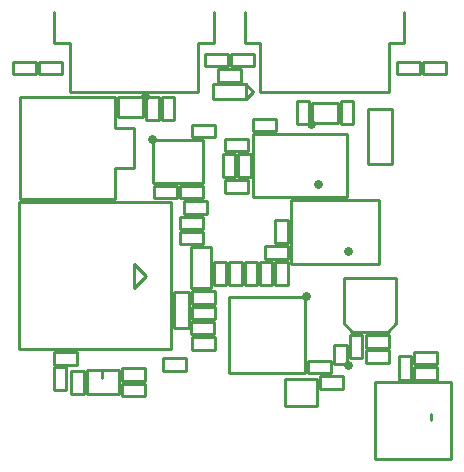
<source format=gto>
G04 ---------------------------- Layer name :TOP SILK LAYER*
G04 easyEDA 0.1*
G04 Scale: 100 percent, Rotated: No, Reflected: No *
G04 Dimensions in inches *
G04 leading zeros omitted , absolute positions ,2 integer and 4 * 
%FSLAX24Y24*%
%MOIN*%
G90*
G70D02*

%ADD10C,0.010000*%
%ADD11C,0.029527*%
%ADD12C,0.009842*%

%LPD*%
G54D10*
G01X11936Y19336D02*
G01X11936Y18569D01*
G01X11936Y18569D02*
G01X11523Y18569D01*
G01X11523Y18569D02*
G01X11523Y19336D01*
G01X11523Y19336D02*
G01X11936Y19336D01*
G01X12040Y19335D02*
G01X12807Y19335D01*
G01X12807Y19335D02*
G01X12807Y18922D01*
G01X12807Y18922D02*
G01X12040Y18922D01*
G01X12040Y18922D02*
G01X12040Y19335D01*
G01X5976Y23796D02*
G01X6743Y23796D01*
G01X6743Y23796D02*
G01X6743Y23383D01*
G01X6743Y23383D02*
G01X5976Y23383D01*
G01X5976Y23383D02*
G01X5976Y23796D01*
G01X7362Y24497D02*
G01X8129Y24497D01*
G01X8129Y24497D02*
G01X8129Y24084D01*
G01X8129Y24084D02*
G01X7362Y24084D01*
G01X7362Y24084D02*
G01X7362Y24497D01*
G01X12040Y18824D02*
G01X12807Y18824D01*
G01X12807Y18824D02*
G01X12807Y18411D01*
G01X12807Y18411D02*
G01X12040Y18411D01*
G01X12040Y18411D02*
G01X12040Y18824D01*
G01X13653Y18776D02*
G01X14420Y18776D01*
G01X14420Y18776D02*
G01X14420Y18363D01*
G01X14420Y18363D02*
G01X13653Y18363D01*
G01X13653Y18363D02*
G01X13653Y18776D01*
G01X13653Y18265D02*
G01X14420Y18265D01*
G01X14420Y18265D02*
G01X14420Y17852D01*
G01X14420Y17852D02*
G01X13653Y17852D01*
G01X13653Y17852D02*
G01X13653Y18265D01*
G01X13141Y17856D02*
G01X13141Y18623D01*
G01X13141Y18623D02*
G01X13554Y18623D01*
G01X13554Y18623D02*
G01X13554Y17856D01*
G01X13554Y17856D02*
G01X13141Y17856D01*
G01X7472Y18060D02*
G01X7472Y20599D01*
G01X7472Y20599D02*
G01X10011Y20599D01*
G01X10011Y20599D02*
G01X10011Y18060D01*
G01X7472Y18060D02*
G01X10011Y18060D01*
G54D11*
G01X10051Y20639D02*
G01X10051Y20639D01*
G54D10*
G01X10974Y18991D02*
G01X10974Y18380D01*
G01X10974Y18991D02*
G01X11423Y18991D01*
G01X11423Y18991D02*
G01X11423Y18380D01*
G01X11423Y18380D02*
G01X10974Y18380D01*
G54D11*
G01X11462Y18341D02*
G01X11462Y18341D01*
G54D10*
G01X4634Y26609D02*
G01X3787Y26609D01*
G01X3787Y26609D02*
G01X3787Y27278D01*
G01X3787Y27278D02*
G01X4634Y27278D01*
G01X4634Y27278D02*
G01X4634Y26609D01*
G54D11*
G01X4673Y27317D02*
G01X4673Y27317D01*
G54D10*
G01X6617Y22360D02*
G01X5850Y22360D01*
G01X5850Y22360D02*
G01X5850Y22773D01*
G01X5850Y22773D02*
G01X6617Y22773D01*
G01X6617Y22773D02*
G01X6617Y22360D01*
G01X11205Y26360D02*
G01X11205Y27127D01*
G01X11205Y27127D02*
G01X11618Y27127D01*
G01X11618Y27127D02*
G01X11618Y26360D01*
G01X11618Y26360D02*
G01X11205Y26360D01*
G01X9748Y26361D02*
G01X9748Y27128D01*
G01X9748Y27128D02*
G01X10161Y27128D01*
G01X10161Y27128D02*
G01X10161Y26361D01*
G01X10161Y26361D02*
G01X9748Y26361D01*
G01X6960Y27694D02*
G01X8039Y27694D01*
G01X8039Y27694D02*
G01X8039Y27201D01*
G01X8039Y27201D02*
G01X6960Y27201D01*
G01X6960Y27201D02*
G01X6960Y27694D01*
G54D12*
G01X8039Y27694D02*
G01X8283Y27446D01*
G01X8283Y27446D02*
G01X8039Y27201D01*
G54D10*
G01X1657Y18769D02*
G01X2424Y18769D01*
G01X2424Y18769D02*
G01X2424Y18356D01*
G01X2424Y18356D02*
G01X1657Y18356D01*
G01X1657Y18356D02*
G01X1657Y18769D01*
G01X13861Y28033D02*
G01X13094Y28033D01*
G01X13094Y28033D02*
G01X13094Y28446D01*
G01X13094Y28446D02*
G01X13861Y28446D01*
G01X13861Y28446D02*
G01X13861Y28033D01*
G01X1138Y28442D02*
G01X1905Y28442D01*
G01X1905Y28442D02*
G01X1905Y28029D01*
G01X1905Y28029D02*
G01X1138Y28029D01*
G01X1138Y28029D02*
G01X1138Y28442D01*
G01X6684Y28713D02*
G01X7451Y28713D01*
G01X7451Y28713D02*
G01X7451Y28300D01*
G01X7451Y28300D02*
G01X6684Y28300D01*
G01X6684Y28300D02*
G01X6684Y28713D01*
G01X8314Y28303D02*
G01X7547Y28303D01*
G01X7547Y28303D02*
G01X7547Y28716D01*
G01X7547Y28716D02*
G01X8314Y28716D01*
G01X8314Y28716D02*
G01X8314Y28303D01*
G01X3929Y18225D02*
G01X4696Y18225D01*
G01X4696Y18225D02*
G01X4696Y17812D01*
G01X4696Y17812D02*
G01X3929Y17812D01*
G01X3929Y17812D02*
G01X3929Y18225D01*
G01X9032Y22399D02*
G01X9032Y23166D01*
G01X9032Y23166D02*
G01X9445Y23166D01*
G01X9445Y23166D02*
G01X9445Y22399D01*
G01X9445Y22399D02*
G01X9032Y22399D01*
G01X12472Y21691D02*
G01X12472Y23836D01*
G01X12472Y23836D02*
G01X9539Y23836D01*
G01X9539Y23836D02*
G01X9539Y21691D01*
G01X9539Y21691D02*
G01X12472Y21691D01*
G54D11*
G01X11460Y22132D02*
G01X11460Y22132D01*
G54D10*
G01X8681Y22296D02*
G01X9448Y22296D01*
G01X9448Y22296D02*
G01X9448Y21883D01*
G01X9448Y21883D02*
G01X8681Y21883D01*
G01X8681Y21883D02*
G01X8681Y22296D01*
G01X14232Y16702D02*
G01X14232Y16501D01*
G01X14901Y17757D02*
G01X12342Y17757D01*
G01X12342Y17757D02*
G01X12342Y15198D01*
G01X14901Y15198D02*
G01X12342Y15198D01*
G01X14901Y15198D02*
G01X14901Y17757D01*
G01X11271Y17552D02*
G01X10504Y17552D01*
G01X10504Y17552D02*
G01X10504Y17965D01*
G01X10504Y17965D02*
G01X11271Y17965D01*
G01X11271Y17965D02*
G01X11271Y17552D01*
G54D12*
G01X6892Y22258D02*
G01X6892Y20899D01*
G01X6892Y20899D02*
G01X6223Y20899D01*
G01X6223Y20899D02*
G01X6223Y22258D01*
G01X6223Y22258D02*
G01X6892Y22258D01*
G54D10*
G01X6240Y19265D02*
G01X7007Y19265D01*
G01X7007Y19265D02*
G01X7007Y18852D01*
G01X7007Y18852D02*
G01X6240Y18852D01*
G01X6240Y18852D02*
G01X6240Y19265D01*
G01X8424Y21785D02*
G01X8424Y21018D01*
G01X8424Y21018D02*
G01X8011Y21018D01*
G01X8011Y21018D02*
G01X8011Y21785D01*
G01X8011Y21785D02*
G01X8424Y21785D01*
G01X9448Y21784D02*
G01X9448Y21017D01*
G01X9448Y21017D02*
G01X9035Y21017D01*
G01X9035Y21017D02*
G01X9035Y21784D01*
G01X9035Y21784D02*
G01X9448Y21784D01*
G01X7401Y21785D02*
G01X7401Y21018D01*
G01X7401Y21018D02*
G01X6988Y21018D01*
G01X6988Y21018D02*
G01X6988Y21785D01*
G01X6988Y21785D02*
G01X7401Y21785D01*
G01X7913Y21785D02*
G01X7913Y21018D01*
G01X7913Y21018D02*
G01X7500Y21018D01*
G01X7500Y21018D02*
G01X7500Y21785D01*
G01X7500Y21785D02*
G01X7913Y21785D01*
G01X8936Y21784D02*
G01X8936Y21017D01*
G01X8936Y21017D02*
G01X8523Y21017D01*
G01X8523Y21017D02*
G01X8523Y21784D01*
G01X8523Y21784D02*
G01X8936Y21784D01*
G01X10877Y18064D02*
G01X10110Y18064D01*
G01X10110Y18064D02*
G01X10110Y18477D01*
G01X10110Y18477D02*
G01X10877Y18477D01*
G01X10877Y18477D02*
G01X10877Y18064D01*
G01X6240Y20288D02*
G01X7007Y20288D01*
G01X7007Y20288D02*
G01X7007Y19875D01*
G01X7007Y19875D02*
G01X6240Y19875D01*
G01X6240Y19875D02*
G01X6240Y20288D01*
G01X6240Y20800D02*
G01X7007Y20800D01*
G01X7007Y20800D02*
G01X7007Y20387D01*
G01X7007Y20387D02*
G01X6240Y20387D01*
G01X6240Y20387D02*
G01X6240Y20800D01*
G01X6038Y18147D02*
G01X5271Y18147D01*
G01X5271Y18147D02*
G01X5271Y18560D01*
G01X5271Y18560D02*
G01X6038Y18560D01*
G01X6038Y18560D02*
G01X6038Y18147D01*
G01X13059Y21241D02*
G01X13059Y19726D01*
G01X12783Y19450D02*
G01X11582Y19450D01*
G01X11307Y19726D02*
G01X11307Y21241D01*
G01X11307Y21241D02*
G01X13059Y21241D01*
G01X13059Y19726D02*
G01X12783Y19450D01*
G01X11307Y19726D02*
G01X11582Y19450D01*
G01X9362Y16986D02*
G01X9362Y17871D01*
G01X9362Y17871D02*
G01X10405Y17871D01*
G01X10405Y16986D02*
G01X9362Y16986D01*
G01X10405Y16986D02*
G01X10405Y17871D01*
G01X7004Y25923D02*
G01X6237Y25923D01*
G01X6237Y25923D02*
G01X6237Y26336D01*
G01X6237Y26336D02*
G01X7004Y26336D01*
G01X7004Y26336D02*
G01X7004Y25923D01*
G01X5854Y24308D02*
G01X6621Y24308D01*
G01X6621Y24308D02*
G01X6621Y23895D01*
G01X6621Y23895D02*
G01X5854Y23895D01*
G01X5854Y23895D02*
G01X5854Y24308D01*
G01X8124Y25466D02*
G01X7357Y25466D01*
G01X7357Y25466D02*
G01X7357Y25879D01*
G01X7357Y25879D02*
G01X8124Y25879D01*
G01X8124Y25879D02*
G01X8124Y25466D01*
G01X7282Y24599D02*
G01X7282Y25366D01*
G01X7282Y25366D02*
G01X7695Y25366D01*
G01X7695Y25366D02*
G01X7695Y24599D01*
G01X7695Y24599D02*
G01X7282Y24599D01*
G01X7003Y19367D02*
G01X6236Y19367D01*
G01X6236Y19367D02*
G01X6236Y19780D01*
G01X6236Y19780D02*
G01X7003Y19780D01*
G01X7003Y19780D02*
G01X7003Y19367D01*
G01X4948Y24407D02*
G01X4948Y25824D01*
G01X4948Y25824D02*
G01X6621Y25824D01*
G01X6621Y25824D02*
G01X6621Y24407D01*
G01X6621Y24407D02*
G01X4948Y24407D01*
G54D11*
G01X4909Y25863D02*
G01X4909Y25863D01*
G54D10*
G01X5752Y23899D02*
G01X4985Y23899D01*
G01X4985Y23899D02*
G01X4985Y24312D01*
G01X4985Y24312D02*
G01X5752Y24312D01*
G01X5752Y24312D02*
G01X5752Y23899D01*
G01X7118Y28202D02*
G01X7885Y28202D01*
G01X7885Y28202D02*
G01X7885Y27789D01*
G01X7885Y27789D02*
G01X7118Y27789D01*
G01X7118Y27789D02*
G01X7118Y28202D01*
G01X2645Y18146D02*
G01X2645Y17379D01*
G01X2645Y17379D02*
G01X2232Y17379D01*
G01X2232Y17379D02*
G01X2232Y18146D01*
G01X2232Y18146D02*
G01X2645Y18146D01*
G01X3826Y18166D02*
G01X3826Y17365D01*
G01X3826Y17365D02*
G01X2743Y17365D01*
G01X2743Y17365D02*
G01X2743Y18165D01*
G01X3826Y18165D02*
G01X2743Y18165D01*
G01X3247Y17902D02*
G01X3247Y18165D01*
G01X272Y28442D02*
G01X1039Y28442D01*
G01X1039Y28442D02*
G01X1039Y28029D01*
G01X1039Y28029D02*
G01X272Y28029D01*
G01X272Y28029D02*
G01X272Y28442D01*
G01X1656Y17494D02*
G01X1656Y18261D01*
G01X1656Y18261D02*
G01X2069Y18261D01*
G01X2069Y18261D02*
G01X2069Y17494D01*
G01X2069Y17494D02*
G01X1656Y17494D01*
G01X14727Y28033D02*
G01X13960Y28033D01*
G01X13960Y28033D02*
G01X13960Y28446D01*
G01X13960Y28446D02*
G01X14727Y28446D01*
G01X14727Y28446D02*
G01X14727Y28033D01*
G01X3929Y17713D02*
G01X4696Y17713D01*
G01X4696Y17713D02*
G01X4696Y17300D01*
G01X4696Y17300D02*
G01X3929Y17300D01*
G01X3929Y17300D02*
G01X3929Y17713D01*
G01X9069Y26135D02*
G01X8302Y26135D01*
G01X8302Y26135D02*
G01X8302Y26548D01*
G01X8302Y26548D02*
G01X9069Y26548D01*
G01X9069Y26548D02*
G01X9069Y26135D01*
G01X12118Y25052D02*
G01X12118Y26887D01*
G01X12118Y26887D02*
G01X12921Y26887D01*
G01X12921Y26887D02*
G01X12921Y25052D01*
G01X12921Y25052D02*
G01X12118Y25052D01*
G01X7795Y24600D02*
G01X7795Y25367D01*
G01X7795Y25367D02*
G01X8208Y25367D01*
G01X8208Y25367D02*
G01X8208Y24600D01*
G01X8208Y24600D02*
G01X7795Y24600D01*
G01X11418Y23930D02*
G01X8303Y23930D01*
G01X8303Y23930D02*
G01X8303Y26037D01*
G01X8303Y26037D02*
G01X11418Y26037D01*
G01X11418Y26037D02*
G01X11418Y23930D01*
G54D11*
G01X10437Y24363D02*
G01X10437Y24363D01*
G54D10*
G01X6617Y22875D02*
G01X5850Y22875D01*
G01X5850Y22875D02*
G01X5850Y23288D01*
G01X5850Y23288D02*
G01X6617Y23288D01*
G01X6617Y23288D02*
G01X6617Y22875D01*
G54D12*
G01X531Y27278D02*
G01X3689Y27278D01*
G01X531Y23873D02*
G01X3689Y23873D01*
G01X531Y23873D02*
G01X531Y27278D01*
G01X4330Y24896D02*
G01X4330Y26255D01*
G01X3689Y27278D02*
G01X3689Y26255D01*
G01X3689Y26255D02*
G01X4330Y26255D01*
G01X3689Y24896D02*
G01X4330Y24896D01*
G01X3689Y24896D02*
G01X3689Y23869D01*
G54D10*
G01X13334Y29080D02*
G01X13334Y30100D01*
G01X8023Y30100D02*
G01X8023Y29080D01*
G01X8535Y27446D02*
G01X12822Y27446D01*
G54D12*
G01X8535Y27446D02*
G01X8535Y29080D01*
G01X8535Y29080D02*
G01X8023Y29080D01*
G01X12822Y27446D02*
G01X12822Y29080D01*
G01X12826Y29080D02*
G01X13334Y29080D01*
G54D10*
G01X4736Y26509D02*
G01X4736Y27276D01*
G01X4736Y27276D02*
G01X5149Y27276D01*
G01X5149Y27276D02*
G01X5149Y26509D01*
G01X5149Y26509D02*
G01X4736Y26509D01*
G01X5248Y26511D02*
G01X5248Y27278D01*
G01X5248Y27278D02*
G01X5661Y27278D01*
G01X5661Y27278D02*
G01X5661Y26511D01*
G01X5661Y26511D02*
G01X5248Y26511D01*
G01X10259Y27076D02*
G01X11106Y27076D01*
G01X11106Y27076D02*
G01X11106Y26407D01*
G01X11106Y26407D02*
G01X10259Y26407D01*
G01X10259Y26407D02*
G01X10259Y27076D01*
G54D11*
G01X10220Y26367D02*
G01X10220Y26367D01*
G54D10*
G01X5649Y20765D02*
G01X6142Y20765D01*
G01X5649Y20765D02*
G01X5649Y19564D01*
G01X6142Y19564D02*
G01X5649Y19564D01*
G01X6142Y19564D02*
G01X6142Y20765D01*
G01X6972Y29080D02*
G01X6972Y30100D01*
G01X1661Y30100D02*
G01X1661Y29080D01*
G01X2173Y27446D02*
G01X6460Y27446D01*
G54D12*
G01X2173Y27446D02*
G01X2173Y29080D01*
G01X2173Y29080D02*
G01X1661Y29080D01*
G01X6460Y27446D02*
G01X6460Y29080D01*
G01X6464Y29080D02*
G01X6972Y29080D01*
G54D10*
G01X5551Y23768D02*
G01X492Y23768D01*
G01X492Y23768D02*
G01X492Y18867D01*
G01X492Y18867D02*
G01X5551Y18867D01*
G01X5551Y18867D02*
G01X5551Y23768D01*
G01X4719Y21319D02*
G01X4319Y21719D01*
G01X4319Y21719D02*
G01X4319Y20919D01*
G01X4319Y20919D02*
G01X4719Y21319D01*

M00*
M02*
</source>
